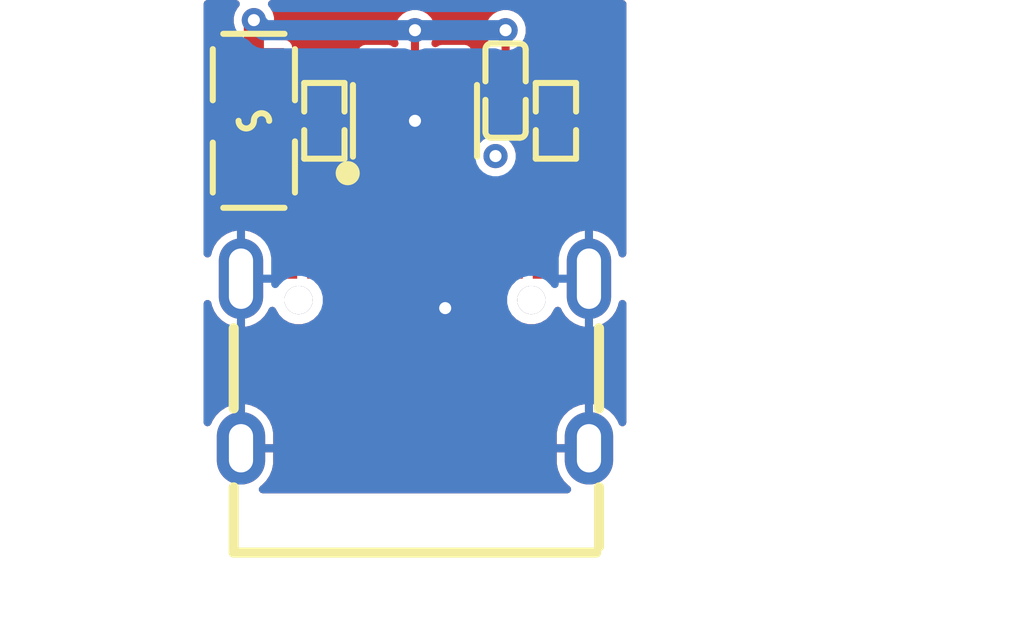
<source format=kicad_pcb>
(kicad_pcb (version 20241229) (generator "pcbnew") (generator_version "9.0")
  (layers (0 "F.Cu" signal) (2 "B.Cu" signal) (13 "F.Paste" user) (15 "B.Paste" user) (5 "F.SilkS" user "F.Silkscreen") (7 "B.SilkS" user "B.Silkscreen") (1 "F.Mask" user) (3 "B.Mask" user) (25 "Edge.Cuts" user))
  (net 0 "")
  (net 1 "hv-1")
  (net 2 "line-5")
  (net 3 "hv")
  (net 4 "line-3")
  (net 5 "line-1")
  (net 6 "line-2")
  (net 7 "line-4")
  (net 8 "line")
  (net 9 "gnd")
  (net 10 "net")
  (footprint "Samsung_Electro_Mechanics_CL05B104KO5NNNC:C0402" (layer "F.Cu") (at 2.25 -6.5 -90)
    (property "Reference" "C1" (hide yes))
    (property "Value" "100nF ±10% 16V X7R")
    (fp_line (start 1.02 -0.5) (end 0.23 -0.5) (stroke (width 0.15)) (layer "F.SilkS"))
    (fp_line (start 0.23 0.5) (end 1.02 0.5) (stroke (width 0.15)) (layer "F.SilkS"))
    (fp_line (start 1.17 0.35) (end 1.17 -0.35) (stroke (width 0.15)) (layer "F.SilkS"))
    (fp_line (start -1.02 -0.5) (end -0.23 -0.5) (stroke (width 0.15)) (layer "F.SilkS"))
    (fp_line (start -0.23 0.5) (end -1.02 0.5) (stroke (width 0.15)) (layer "F.SilkS"))
    (fp_line (start -1.17 0.35) (end -1.17 -0.35) (stroke (width 0.15)) (layer "F.SilkS"))
    (fp_arc (start 1.17 0.35) (mid 1.1260660171779822 0.456066017177982) (end 1.02 0.4999999999999999) (stroke (width 0.15)) (layer "F.SilkS"))
    (fp_arc (start 1.02 -0.5) (mid 1.1260660171779822 -0.4560660171779821) (end 1.17 -0.35) (stroke (width 0.15)) (layer "F.SilkS"))
    (fp_arc (start -1.17 0.35) (mid -1.1260660171779822 0.456066017177982) (end -1.02 0.4999999999999999) (stroke (width 0.15)) (layer "F.SilkS"))
    (fp_arc (start -1.02 -0.5) (mid -1.1260660171779822 -0.4560660171779821) (end -1.17 -0.35) (stroke (width 0.15)) (layer "F.SilkS"))
    (pad "2" smd rect (at 0.55 0 -90) (size 0.79 0.54) (layers "F.Cu" "F.Paste" "F.Mask") (net 9 "gnd"))
    (pad "1" smd rect (at -0.55 0 -90) (size 0.79 0.54) (layers "F.Cu" "F.Paste" "F.Mask") (net 1 "hv-1"))
  )
  (footprint "BHFUSE_BSMD0805_050_15V:F0805" (layer "F.Cu") (at -4 -5.75 90)
    (property "Reference" "U2" (hide yes))
    (property "Value" "")
    (fp_line (start -2.16 -0.76) (end -2.16 0.76) (stroke (width 0.15)) (layer "F.SilkS"))
    (fp_line (start 2.16 -0.76) (end 2.16 0.76) (stroke (width 0.15)) (layer "F.SilkS"))
    (fp_line (start 1.78 -1.02) (end 0.51 -1.02) (stroke (width 0.15)) (layer "F.SilkS"))
    (fp_line (start -1.78 -1.02) (end -0.54 -1.02) (stroke (width 0.15)) (layer "F.SilkS"))
    (fp_line (start -0.51 1.02) (end -1.78 1.02) (stroke (width 0.15)) (layer "F.SilkS"))
    (fp_line (start 0.51 1.02) (end 1.78 1.02) (stroke (width 0.15)) (layer "F.SilkS"))
    (fp_arc (start 0 0.38) (mid 0.19 0.19) (end 2.3268289183799712e-17 0) (stroke (width 0.15)) (layer "F.SilkS"))
    (fp_arc (start 0 -0.38) (mid -0.19 -0.19) (end -2.3268289183799712e-17 0) (stroke (width 0.15)) (layer "F.SilkS"))
    (pad "2" smd rect (at 1.14 0 90) (size 1.33 1.5) (layers "F.Cu" "F.Paste" "F.Mask") (net 1 "hv-1"))
    (pad "1" smd rect (at -1.14 0 90) (size 1.33 1.5) (layers "F.Cu" "F.Paste" "F.Mask") (net 3 "hv"))
  )
  (footprint "TECH_PUBLIC_USBLC6_2SC6:SOT-23-6_L2.9-W1.6-P0.95-LS2.8-BL" (layer "F.Cu") (at 0 -5.75 0)
    (property "Reference" "U1" (hide yes))
    (property "Value" "")
    (fp_line (start 1.54 0.89) (end 1.54 -0.89) (stroke (width 0.15)) (layer "F.SilkS"))
    (fp_line (start -1.54 0.89) (end -1.54 -0.89) (stroke (width 0.15)) (layer "F.SilkS"))
    (fp_circle (center -1.67 1.3) (end -1.52 1.3) (stroke (width 0.3)) (fill no) (layer "F.SilkS"))
    (pad "1" smd rect (at -0.95 1.15 0) (size 0.53 1.07) (layers "F.Cu" "F.Paste" "F.Mask") (net 7 "line-4"))
    (pad "2" smd rect (at 0 1.15 0) (size 0.53 1.07) (layers "F.Cu" "F.Paste" "F.Mask") (net 9 "gnd"))
    (pad "3" smd rect (at 0.95 1.15 0) (size 0.53 1.07) (layers "F.Cu" "F.Paste" "F.Mask") (net 2 "line-5"))
    (pad "4" smd rect (at 0.95 -1.15 0) (size 0.53 1.07) (layers "F.Cu" "F.Paste" "F.Mask") (net 2 "line-5"))
    (pad "5" smd rect (at 0 -1.15 0) (size 0.53 1.07) (layers "F.Cu" "F.Paste" "F.Mask") (net 1 "hv-1"))
    (pad "6" smd rect (at -0.95 -1.15 0) (size 0.53 1.07) (layers "F.Cu" "F.Paste" "F.Mask") (net 7 "line-4"))
  )
  (footprint "SHOU_HAN_TYPE_C_16PIN_2MD_073:USB-C-SMD_TYPE-C-6PIN-2MD-073" (layer "F.Cu") (at 0 0 0)
    (property "Reference" "X1" (hide yes))
    (property "Value" "")
    (fp_line (start -4.5 1.39) (end -4.5 -0.6) (stroke (width 0.25)) (layer "F.SilkS"))
    (fp_line (start -4.5 4.97) (end -4.5 3.35) (stroke (width 0.25)) (layer "F.SilkS"))
    (fp_line (start 4.5 4.97) (end -4.5 4.97) (stroke (width 0.25)) (layer "F.SilkS"))
    (fp_line (start 4.57 1.39) (end 4.57 -0.6) (stroke (width 0.25)) (layer "F.SilkS"))
    (fp_line (start 4.57 4.82) (end 4.57 3.35) (stroke (width 0.25)) (layer "F.SilkS"))
    (pad "" thru_hole circle (at -2.89 -1.3 0) (size 0.7 0.7) (drill 0.7) (layers "*.Cu" "*.Mask") (net 10 "net"))
    (pad "" thru_hole circle (at 2.89 -1.3 0) (size 0.7 0.7) (drill 0.7) (layers "*.Cu" "*.Mask") (net 10 "net"))
    (pad "1" smd rect (at -3.2 -2.38 0) (size 0.55 1.1) (layers "F.Cu" "F.Mask" "F.Paste") (net 9 "gnd"))
    (pad "2" smd rect (at -2.4 -2.38 0) (size 0.55 1.1) (layers "F.Cu" "F.Mask" "F.Paste") (net 3 "hv"))
    (pad "3" smd rect (at -1.75 -2.38 0) (size 0.3 1.1) (layers "F.Cu" "F.Mask" "F.Paste") (net 4 "line-3"))
    (pad "4" smd rect (at -1.25 -2.38 0) (size 0.3 1.1) (layers "F.Cu" "F.Mask" "F.Paste") (net 8 "line"))
    (pad "5" smd rect (at -0.75 -2.38 0) (size 0.3 1.1) (layers "F.Cu" "F.Mask" "F.Paste") (net 7 "line-4"))
    (pad "6" smd rect (at -0.25 -2.38 0) (size 0.3 1.1) (layers "F.Cu" "F.Mask" "F.Paste") (net 2 "line-5"))
    (pad "7" smd rect (at 0.25 -2.38 0) (size 0.3 1.1) (layers "F.Cu" "F.Mask" "F.Paste") (net 7 "line-4"))
    (pad "8" smd rect (at 0.75 -2.38 0) (size 0.3 1.1) (layers "F.Cu" "F.Mask" "F.Paste") (net 2 "line-5"))
    (pad "9" smd rect (at 1.25 -2.38 0) (size 0.3 1.1) (layers "F.Cu" "F.Mask" "F.Paste") (net 6 "line-2"))
    (pad "10" smd rect (at 1.75 -2.38 0) (size 0.3 1.1) (layers "F.Cu" "F.Mask" "F.Paste") (net 5 "line-1"))
    (pad "11" smd rect (at 2.4 -2.38 0) (size 0.55 1.1) (layers "F.Cu" "F.Mask" "F.Paste") (net 3 "hv"))
    (pad "12" smd rect (at 3.2 -2.38 0) (size 0.55 1.1) (layers "F.Cu" "F.Mask" "F.Paste") (net 9 "gnd"))
    (pad "13" thru_hole oval (at -4.32 -1.83 0) (size 1.1 2) (drill oval 0.599999 1.499997) (layers "*.Cu" "*.Mask") (net 9 "gnd"))
    (pad "13" thru_hole oval (at -4.32 2.38 0) (size 1.2 1.8) (drill oval 0.599999 1.199998) (layers "*.Cu" "*.Mask") (net 9 "gnd"))
    (pad "14" thru_hole oval (at 4.32 -1.83 0) (size 1.1 2) (drill oval 0.599999 1.500022) (layers "*.Cu" "*.Mask") (net 9 "gnd"))
    (pad "14" thru_hole oval (at 4.32 2.38 0) (size 1.2 1.8) (drill oval 0.599999 1.199998) (layers "*.Cu" "*.Mask") (net 9 "gnd"))
  )
  (footprint "UNI_ROYAL_0402WGF5101TCE:R0402" (layer "F.Cu") (at -2.25 -5.75 90)
    (property "Reference" "R1" (hide yes))
    (property "Value" "5.1kΩ ±1% 62.5mW")
    (fp_line (start -0.23 0.5) (end -0.94 0.5) (stroke (width 0.15)) (layer "F.SilkS"))
    (fp_line (start -0.94 0.5) (end -0.94 -0.5) (stroke (width 0.15)) (layer "F.SilkS"))
    (fp_line (start -0.94 -0.5) (end -0.23 -0.5) (stroke (width 0.15)) (layer "F.SilkS"))
    (fp_line (start 0.23 0.5) (end 0.94 0.5) (stroke (width 0.15)) (layer "F.SilkS"))
    (fp_line (start 0.94 0.5) (end 0.94 -0.5) (stroke (width 0.15)) (layer "F.SilkS"))
    (fp_line (start 0.94 -0.5) (end 0.23 -0.5) (stroke (width 0.15)) (layer "F.SilkS"))
    (pad "2" smd rect (at 0.43 0 90) (size 0.57 0.54) (layers "F.Cu" "F.Paste" "F.Mask") (net 9 "gnd"))
    (pad "1" smd rect (at -0.43 0 90) (size 0.57 0.54) (layers "F.Cu" "F.Paste" "F.Mask") (net 8 "line"))
  )
  (footprint "UNI_ROYAL_0402WGF5101TCE:R0402" (layer "F.Cu") (at 3.5 -5.75 90)
    (property "Reference" "R2" (hide yes))
    (property "Value" "5.1kΩ ±1% 62.5mW")
    (fp_line (start -0.23 0.5) (end -0.94 0.5) (stroke (width 0.15)) (layer "F.SilkS"))
    (fp_line (start -0.94 0.5) (end -0.94 -0.5) (stroke (width 0.15)) (layer "F.SilkS"))
    (fp_line (start -0.94 -0.5) (end -0.23 -0.5) (stroke (width 0.15)) (layer "F.SilkS"))
    (fp_line (start 0.23 0.5) (end 0.94 0.5) (stroke (width 0.15)) (layer "F.SilkS"))
    (fp_line (start 0.94 0.5) (end 0.94 -0.5) (stroke (width 0.15)) (layer "F.SilkS"))
    (fp_line (start 0.94 -0.5) (end 0.23 -0.5) (stroke (width 0.15)) (layer "F.SilkS"))
    (pad "2" smd rect (at 0.43 0 90) (size 0.57 0.54) (layers "F.Cu" "F.Paste" "F.Mask") (net 9 "gnd"))
    (pad "1" smd rect (at -0.43 0 90) (size 0.57 0.54) (layers "F.Cu" "F.Paste" "F.Mask") (net 5 "line-1"))
  )
  (via (at 2 -4.875) (size 0.6) (drill 0.3) (layers "F.Cu" "B.Cu") (net 0))
  (via (at 0 -8) (size 0.6) (drill 0.3) (layers "F.Cu" "B.Cu") (net 1))
  (via (at 2.25 -8) (size 0.6) (drill 0.3) (layers "F.Cu" "B.Cu") (net 1))
  (via (at -4 -8.25) (size 0.6) (drill 0.3) (layers "F.Cu" "B.Cu") (net 1))
  (via (at 0.75 -1.1) (size 0.6) (drill 0.3) (layers "F.Cu" "B.Cu") (net 9))
  (via (at 0 -5.75) (size 0.6) (drill 0.3) (layers "F.Cu" "B.Cu") (net 9))
  (zone (net 9) (net_name "gnd") (layers "F.Cu" "B.Cu") (connect_pads (clearance 0.2)) (min_thickness 0.2) (fill yes (thermal_gap 0.2) (thermal_bridge_width 0.2))
    (polygon (pts (xy -5.25 3.5) (xy 5.25 3.5) (xy 5.25 -8.75) (xy -5.25 -8.75)))
  )
  (segment (start 2.25 -7.05) (end 2.25 -8) (width 0.2) (net 1) (layer "F.Cu"))
  (segment (start -4 -6.89) (end -4 -8.25) (width 0.5) (net 1) (layer "F.Cu"))
  (segment (start 0 -8) (end 0 -6.9) (width 0.2) (net 1) (layer "F.Cu"))
  (segment (start 0 -8) (end -3.75 -8) (width 0.5) (net 1) (layer "B.Cu"))
  (segment (start -3.75 -8) (end -4 -8.25) (width 0.5) (net 1) (layer "B.Cu"))
  (segment (start 0 -8) (end 2.25 -8) (width 0.5) (net 1) (layer "B.Cu"))
  (segment (start 0.75 -3.25) (end 0.75 -2.38) (width 0.2) (net 2) (layer "F.Cu"))
  (segment (start 0 -3.5) (end 0.5 -3.5) (width 0.2) (net 2) (layer "F.Cu"))
  (segment (start -0.25 -2.38) (end -0.25 -3.25) (width 0.2) (net 2) (layer "F.Cu"))
  (segment (start 0.95 -4.6) (end 0.95 -3.45) (width 0.2) (net 2) (layer "F.Cu"))
  (segment (start -0.25 -3.25) (end 0 -3.5) (width 0.2) (net 2) (layer "F.Cu"))
  (segment (start 0.5 -3.5) (end 0.75 -3.25) (width 0.2) (net 2) (layer "F.Cu"))
  (segment (start 0.95 -3.45) (end 0.75 -3.25) (width 0.2) (net 2) (layer "F.Cu"))
  (segment (start 0.95 -4.6) (end 0.95 -6.9) (width 0.2) (net 2) (layer "F.Cu"))
  (segment (start -2.4 -1.801364) (end -2 -1.401364) (width 0.2) (net 3) (layer "F.Cu"))
  (segment (start -1 -0.25) (end 1 -0.25) (width 0.5) (net 3) (layer "F.Cu"))
  (segment (start 2 -1.401364) (end 2 -1.25) (width 0.2) (net 3) (layer "F.Cu"))
  (segment (start -2 -1.401364) (end -2 -1.25) (width 0.2) (net 3) (layer "F.Cu"))
  (segment (start -2.4 -3.307) (end -3.703 -4.61) (width 0.5) (net 3) (layer "F.Cu"))
  (segment (start 2 -1.25) (end 1 -0.25) (width 0.5) (net 3) (layer "F.Cu"))
  (segment (start -2 -1.25) (end -1 -0.25) (width 0.5) (net 3) (layer "F.Cu"))
  (segment (start -2.4 -2.38) (end -2.4 -3.307) (width 0.5) (net 3) (layer "F.Cu"))
  (segment (start 2.4 -1.801364) (end 2 -1.401364) (width 0.2) (net 3) (layer "F.Cu"))
  (segment (start -3.703 -4.61) (end -4 -4.61) (width 0.5) (net 3) (layer "F.Cu"))
  (segment (start -2.4 -2.38) (end -2.4 -1.801364) (width 0.2) (net 3) (layer "F.Cu"))
  (segment (start 2.4 -2.38) (end 2.4 -1.801364) (width 0.2) (net 3) (layer "F.Cu"))
  (segment (start 1.75 -3.57) (end 1.75 -2.38) (width 0.2) (net 5) (layer "F.Cu"))
  (segment (start 3.5 -5.32) (end 1.75 -3.57) (width 0.2) (net 5) (layer "F.Cu"))
  (segment (start -0.75 -2.38) (end -0.75 -1.5) (width 0.2) (net 7) (layer "F.Cu"))
  (segment (start -0.75 -2.38) (end -0.75 -3.5) (width 0.2) (net 7) (layer "F.Cu"))
  (segment (start -0.75 -3.5) (end -0.95 -3.7) (width 0.2) (net 7) (layer "F.Cu"))
  (segment (start -0.5 -1.25) (end 0 -1.25) (width 0.2) (net 7) (layer "F.Cu"))
  (segment (start -0.75 -1.5) (end -0.5 -1.25) (width 0.2) (net 7) (layer "F.Cu"))
  (segment (start 0.25 -1.5) (end 0.25 -2.38) (width 0.2) (net 7) (layer "F.Cu"))
  (segment (start -0.95 -4.6) (end -0.95 -6.9) (width 0.2) (net 7) (layer "F.Cu"))
  (segment (start -0.95 -3.7) (end -0.95 -4.6) (width 0.2) (net 7) (layer "F.Cu"))
  (segment (start 0 -1.25) (end 0.25 -1.5) (width 0.2) (net 7) (layer "F.Cu"))
  (segment (start -2.25 -4.4329) (end -1.25 -3.4329) (width 0.2) (net 8) (layer "F.Cu"))
  (segment (start -1.25 -3.4329) (end -1.25 -2.38) (width 0.2) (net 8) (layer "F.Cu"))
  (segment (start -2.25 -5.32) (end -2.25 -4.4329) (width 0.2) (net 8) (layer "F.Cu"))
  (segment (start 0 -5.75) (end 0 -4.6) (width 0.2) (net 9) (layer "F.Cu"))
)
</source>
